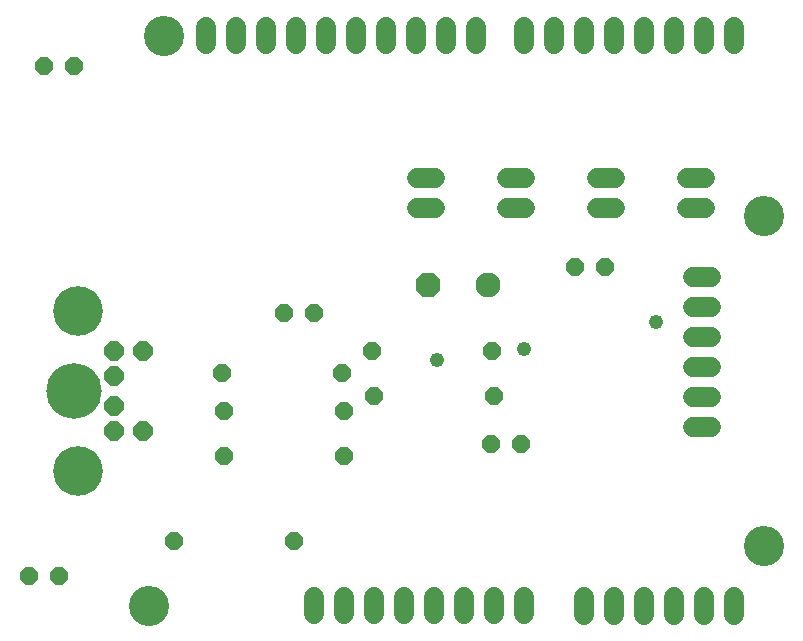
<source format=gbs>
G75*
%MOIN*%
%OFA0B0*%
%FSLAX25Y25*%
%IPPOS*%
%LPD*%
%AMOC8*
5,1,8,0,0,1.08239X$1,22.5*
%
%ADD10C,0.13398*%
%ADD11C,0.06800*%
%ADD12OC8,0.06000*%
%ADD13C,0.08300*%
%ADD14OC8,0.08300*%
%ADD15C,0.06737*%
%ADD16C,0.06540*%
%ADD17C,0.16548*%
%ADD18OC8,0.06400*%
%ADD19C,0.18516*%
%ADD20C,0.04800*%
D10*
X0082421Y0011700D03*
X0287421Y0031700D03*
X0287421Y0141700D03*
X0087421Y0201700D03*
D11*
X0227421Y0014700D02*
X0227421Y0008700D01*
X0237421Y0008700D02*
X0237421Y0014700D01*
X0247421Y0014700D02*
X0247421Y0008700D01*
X0257421Y0008700D02*
X0257421Y0014700D01*
X0267421Y0014700D02*
X0267421Y0008700D01*
X0277421Y0008700D02*
X0277421Y0014700D01*
D12*
X0042421Y0021700D03*
X0052421Y0021700D03*
X0090921Y0033200D03*
X0107421Y0061700D03*
X0107421Y0076700D03*
X0106921Y0089200D03*
X0127421Y0109200D03*
X0137421Y0109200D03*
X0156921Y0096700D03*
X0146921Y0089200D03*
X0157421Y0081700D03*
X0147421Y0076700D03*
X0147421Y0061700D03*
X0130921Y0033200D03*
X0196421Y0065700D03*
X0206421Y0065700D03*
X0197421Y0081700D03*
X0196921Y0096700D03*
X0224421Y0124700D03*
X0234421Y0124700D03*
X0057421Y0191700D03*
X0047421Y0191700D03*
D13*
X0195421Y0118700D03*
D14*
X0175421Y0118700D03*
D15*
X0177890Y0144200D02*
X0171953Y0144200D01*
X0171953Y0154200D02*
X0177890Y0154200D01*
X0201953Y0154200D02*
X0207890Y0154200D01*
X0207890Y0144200D02*
X0201953Y0144200D01*
X0231953Y0144200D02*
X0237890Y0144200D01*
X0237890Y0154200D02*
X0231953Y0154200D01*
X0261953Y0154200D02*
X0267890Y0154200D01*
X0267890Y0144200D02*
X0261953Y0144200D01*
X0263953Y0121200D02*
X0269890Y0121200D01*
X0269890Y0111200D02*
X0263953Y0111200D01*
X0263953Y0101200D02*
X0269890Y0101200D01*
X0269890Y0091200D02*
X0263953Y0091200D01*
X0263953Y0081200D02*
X0269890Y0081200D01*
X0269890Y0071200D02*
X0263953Y0071200D01*
D16*
X0207421Y0014570D02*
X0207421Y0008830D01*
X0197421Y0008830D02*
X0197421Y0014570D01*
X0187421Y0014570D02*
X0187421Y0008830D01*
X0177421Y0008830D02*
X0177421Y0014570D01*
X0167421Y0014570D02*
X0167421Y0008830D01*
X0157421Y0008830D02*
X0157421Y0014570D01*
X0147421Y0014570D02*
X0147421Y0008830D01*
X0137421Y0008830D02*
X0137421Y0014570D01*
X0141421Y0198830D02*
X0141421Y0204570D01*
X0151421Y0204570D02*
X0151421Y0198830D01*
X0161421Y0198830D02*
X0161421Y0204570D01*
X0171421Y0204570D02*
X0171421Y0198830D01*
X0181421Y0198830D02*
X0181421Y0204570D01*
X0191421Y0204570D02*
X0191421Y0198830D01*
X0207421Y0198830D02*
X0207421Y0204570D01*
X0217421Y0204570D02*
X0217421Y0198830D01*
X0227421Y0198830D02*
X0227421Y0204570D01*
X0237421Y0204570D02*
X0237421Y0198830D01*
X0247421Y0198830D02*
X0247421Y0204570D01*
X0257421Y0204570D02*
X0257421Y0198830D01*
X0267421Y0198830D02*
X0267421Y0204570D01*
X0277421Y0204570D02*
X0277421Y0198830D01*
X0131421Y0198830D02*
X0131421Y0204570D01*
X0121421Y0204570D02*
X0121421Y0198830D01*
X0111421Y0198830D02*
X0111421Y0204570D01*
X0101421Y0204570D02*
X0101421Y0198830D01*
D17*
X0058874Y0109972D03*
X0058874Y0056625D03*
D18*
X0070685Y0069814D03*
X0080331Y0069814D03*
X0070685Y0078082D03*
X0070685Y0088318D03*
X0070685Y0096586D03*
X0080528Y0096586D03*
D19*
X0057421Y0083200D03*
D20*
X0178621Y0093500D03*
X0207421Y0097100D03*
X0251321Y0106100D03*
M02*

</source>
